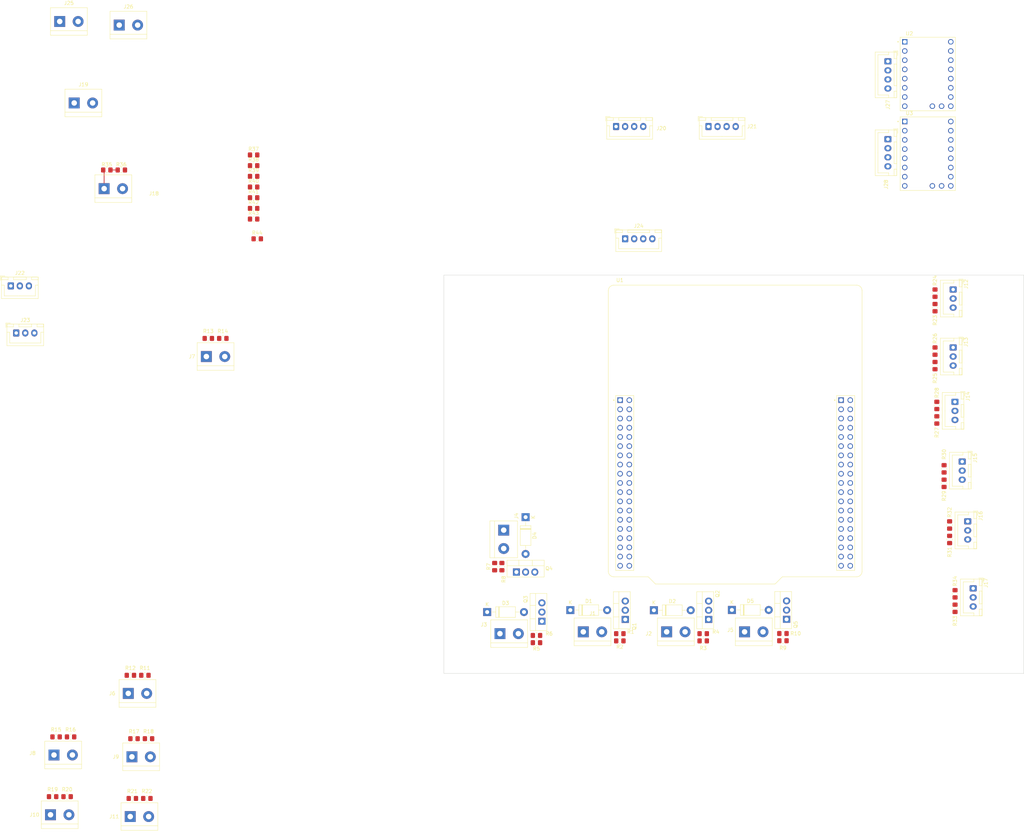
<source format=kicad_pcb>
(kicad_pcb (version 20240108) (generator "pcbnew") (generator_version "8.0")
  (layers (0 "F.Cu" signal) (31 "B.Cu" signal) (34 "B.Paste" user) (35 "F.Paste" user) (36 "B.SilkS" user "B.Silkscreen") (37 "F.SilkS" user "F.Silkscreen") (38 "B.Mask" user) (39 "F.Mask" user) (44 "Edge.Cuts" user))
  (net 0 "")
  (net 1 "+12V")
  (net 2 "Net-(D1-A)")
  (net 3 "Net-(D2-A)")
  (net 4 "Net-(D3-A)")
  (net 5 "Net-(D4-A)")
  (net 6 "Net-(D5-A)")
  (net 7 "+5V")
  (net 8 "Net-(J6-Pin_1)")
  (net 9 "Net-(J7-Pin_1)")
  (net 10 "Net-(J8-Pin_1)")
  (net 11 "Net-(J9-Pin_1)")
  (net 12 "Net-(J10-Pin_1)")
  (net 13 "Net-(J11-Pin_1)")
  (net 14 "Net-(J12-Pin_2)")
  (net 15 "GND")
  (net 16 "Net-(J13-Pin_2)")
  (net 17 "Net-(J14-Pin_2)")
  (net 18 "Net-(J15-Pin_2)")
  (net 19 "Net-(J16-Pin_2)")
  (net 20 "Net-(J17-Pin_2)")
  (net 21 "Net-(J18-Pin_1)")
  (net 22 "Net-(J19-Pin_1)")
  (net 23 "/A levi")
  (net 24 "/B levi")
  (net 25 "/B desni")
  (net 26 "/A desni")
  (net 27 "Net-(J22-Pin_2)")
  (net 28 "/PWM servo")
  (net 29 "/SDA")
  (net 30 "/SCL")
  (net 31 "/M1B_1")
  (net 32 "/M2A_1")
  (net 33 "/M2B_1")
  (net 34 "/M2B_2")
  (net 35 "/M1A_2")
  (net 36 "/M1B_2")
  (net 37 "Net-(Q1-G)")
  (net 38 "Net-(Q2-G)")
  (net 39 "Net-(Q3-G)")
  (net 40 "Net-(Q4-G)")
  (net 41 "Net-(Q5-G)")
  (net 42 "/Pumpa 1")
  (net 43 "/Pumpa 5")
  (net 44 "/Pumpa 2")
  (net 45 "/Pumpa 3")
  (net 46 "/Pumpa 4")
  (net 47 "/GP id")
  (net 48 "/GP il")
  (net 49 "/GP dl")
  (net 50 "/GP dd")
  (net 51 "/GP gl")
  (net 52 "/GP gd")
  (net 53 "/SICK dp")
  (net 54 "/SICK dz")
  (net 55 "/SICK gzl")
  (net 56 "/SICK gzd")
  (net 57 "/SICK gnl")
  (net 58 "/SICK gnd")
  (net 59 "/Boja")
  (net 60 "/STRAT")
  (net 61 "/Cinc")
  (net 62 "Net-(U3-MS1)")
  (net 63 "Net-(U3-MS2)")
  (net 64 "Net-(U2-MS1)")
  (net 65 "Net-(U2-MS2)")
  (net 67 "/TMC EN1")
  (net 68 "/DIR")
  (net 73 "/STEP")
  (net 117 "/M1A_1")
  (net 118 "Net-(J28-Pin_1)")
  (footprint "Package_TO_SOT_THT:TO-220-3_Vertical" (layer "F.Cu") (at 161.54 184.58 90)
    (property "Reference" "Q3")
    (property "Value" "IRLZ44N")
  )
  (footprint "Resistor_SMD:R_0805_2012Metric_Pad1.20x1.40mm_HandSolder" (layer "F.Cu") (at 26.54 233 180)
    (property "Reference" "R19")
    (property "Value" "5k6")
  )
  (footprint "Connector_JST:JST_XH_B3B-XH-A_1x03_P2.50mm_Vertical" (layer "F.Cu") (at 280.525 175.5 -90)
    (property "Reference" "J17")
    (property "Value" "Senzor gnd")
  )
  (footprint "Resistor_SMD:R_0805_2012Metric_Pad1.20x1.40mm_HandSolder" (layer "F.Cu") (at 150.5 169.5 -90)
    (property "Reference" "R8")
    (property "Value" "220")
  )
  (footprint "Resistor_SMD:R_0805_2012Metric_Pad1.20x1.40mm_HandSolder" (layer "F.Cu") (at 52.54 233.5 180)
    (property "Reference" "R22")
    (property "Value" "10k")
  )
  (footprint "TMC2209:TMC2209" (layer "F.Cu") (at 268 55.5)
    (property "Reference" "U3")
    (property "Value" "TMC2209")
  )
  (footprint "Resistor_SMD:R_0805_2012Metric_Pad1.20x1.40mm_HandSolder" (layer "F.Cu") (at 228.04 189.96 180)
    (property "Reference" "R9")
    (property "Value" "10k")
  )
  (footprint "Resistor_SMD:R_0805_2012Metric_Pad1.20x1.40mm_HandSolder" (layer "F.Cu") (at 272.5 146.5 -90)
    (property "Reference" "R29")
    (property "Value" "6k8")
  )
  (footprint "Resistor_SMD:R_0805_2012Metric_Pad1.20x1.40mm_HandSolder" (layer "F.Cu") (at 275.525 177 -90)
    (property "Reference" "R34")
    (property "Value" "2k2")
  )
  (footprint "Package_TO_SOT_THT:TO-220-3_Vertical" (layer "F.Cu") (at 154.5 171)
    (property "Reference" "Q4")
    (property "Value" "IRLZ44N")
  )
  (footprint "Resistor_SMD:R_0805_2012Metric_Pad1.20x1.40mm_HandSolder" (layer "F.Cu") (at 160.04 190.5 180)
    (property "Reference" "R5")
    (property "Value" "10k")
  )
  (footprint "TerminalBlock:TerminalBlock_bornier-2_P5.08mm" (layer "F.Cu") (at 44.92 20)
    (property "Reference" "J26")
    (property "Value" "5V")
  )
  (footprint "TerminalBlock:TerminalBlock_bornier-2_P5.08mm" (layer "F.Cu") (at 68.96 111.5)
    (property "Reference" "J7")
    (property "Value" "Granicni prekidac il")
  )
  (footprint "Connector_JST:JST_XH_B3B-XH-A_1x03_P2.50mm_Vertical" (layer "F.Cu") (at 277.5 140.5 -90)
    (property "Reference" "J15")
    (property "Value" "Senzor gzd")
  )
  (footprint "Resistor_SMD:R_0805_2012Metric_Pad1.20x1.40mm_HandSolder" (layer "F.Cu") (at 275.525 181 -90)
    (property "Reference" "R33")
    (property "Value" "6k8")
  )
  (footprint "Package_TO_SOT_THT:TO-220-3_Vertical" (layer "F.Cu") (at 207.54 184.08 90)
    (property "Reference" "Q2")
    (property "Value" "IRLZ44N")
  )
  (footprint "Resistor_SMD:R_0805_2012Metric_Pad1.20x1.40mm_HandSolder" (layer "F.Cu") (at 82 55.85)
    (property "Reference" "R37")
    (property "Value" "5k6")
  )
  (footprint "Resistor_SMD:R_0805_2012Metric_Pad1.20x1.40mm_HandSolder" (layer "F.Cu") (at 48.54 233.5 180)
    (property "Reference" "R21")
    (property "Value" "5k6")
  )
  (footprint "TerminalBlock:TerminalBlock_bornier-2_P5.08mm" (layer "F.Cu") (at 47.96 238.5)
    (property "Reference" "J11")
    (property "Value" "Granicni prekidac gd")
  )
  (footprint "TerminalBlock:TerminalBlock_bornier-2_P5.08mm" (layer "F.Cu") (at 32.5 41.5)
    (property "Reference" "J19")
    (property "Value" "Prekidac za strategije")
  )
  (footprint "Resistor_SMD:R_0805_2012Metric_Pad1.20x1.40mm_HandSolder" (layer "F.Cu") (at 270 114 -90)
    (property "Reference" "R25")
    (property "Value" "6k8")
  )
  (footprint "Resistor_SMD:R_0805_2012Metric_Pad1.20x1.40mm_HandSolder" (layer "F.Cu") (at 41.5 60 180)
    (property "Reference" "R35")
    (property "Value" "5k6")
  )
  (footprint "Resistor_SMD:R_0805_2012Metric_Pad1.20x1.40mm_HandSolder" (layer "F.Cu") (at 206.04 188)
    (property "Reference" "R4")
    (property "Value" "220")
  )
  (footprint "TerminalBlock:TerminalBlock_bornier-2_P5.08mm" (layer "F.Cu") (at 172.96 187.5)
    (property "Reference" "J1")
    (property "Value" "PUMPA1")
  )
  (footprint "Resistor_SMD:R_0805_2012Metric_Pad1.20x1.40mm_HandSolder" (layer "F.Cu") (at 83 79)
    (property "Reference" "R44")
    (property "Value" "10k")
  )
  (footprint "Connector_JST:JST_XH_B4B-XH-A_1x04_P2.50mm_Vertical" (layer "F.Cu") (at 257 51.5 -90)
    (property "Reference" "J28")
    (property "Value" "TMC2209_2")
  )
  (footprint "TerminalBlock:TerminalBlock_bornier-2_P5.08mm" (layer "F.Cu") (at 195.96 187.5)
    (property "Reference" "J2")
    (property "Value" "PUMPA ZA DASKE")
  )
  (footprint "TerminalBlock:TerminalBlock_bornier-2_P5.08mm" (layer "F.Cu") (at 151 159.42 -90)
    (property "Reference" "J4")
    (property "Value" "PUMPA3")
  )
  (footprint "Connector_JST:JST_XH_B3B-XH-A_1x03_P2.50mm_Vertical" (layer "F.Cu") (at 15 92)
    (property "Reference" "J22")
    (property "Value" "Cinc")
  )
  (footprint "Resistor_SMD:R_0805_2012Metric_Pad1.20x1.40mm_HandSolder" (layer "F.Cu") (at 183.04 190 180)
    (property "Reference" "R2")
    (property "Value" "10k")
  )
  (footprint "Connector_JST:JST_XH_B3B-XH-A_1x03_P2.50mm_Vertical" (layer "F.Cu") (at 16.5 105)
    (property "Reference" "J23")
    (property "Value" "Servo")
  )
  (footprint "Connector_JST:JST_XH_B4B-XH-A_1x04_P2.50mm_Vertical" (layer "F.Cu") (at 257 30 -90)
    (property "Reference" "J27")
    (property "Value" "TMC2209_1")
  )
  (footprint "Resistor_SMD:R_0805_2012Metric_Pad1.20x1.40mm_HandSolder" (layer "F.Cu") (at 73.5 106.5 180)
    (property "Reference" "R14")
    (property "Value" "10k")
  )
  (footprint "TerminalBlock:TerminalBlock_bornier-2_P5.08mm" (layer "F.Cu") (at 40.76 65.15)
    (property "Reference" "J18")
    (property "Value" "Prekidac za boje")
  )
  (footprint "Resistor_SMD:R_0805_2012Metric_Pad1.20x1.40mm_HandSolder" (layer "F.Cu") (at 270.5 125 -90)
    (property "Reference" "R28")
    (property "Value" "2k2")
  )
  (footprint "Resistor_SMD:R_0805_2012Metric_Pad1.20x1.40mm_HandSolder" (layer "F.Cu") (at 160.04 188.5)
    (property "Reference" "R6")
    (property "Value" "220")
  )
  (footprint "Resistor_SMD:R_0805_2012Metric_Pad1.20x1.40mm_HandSolder" (layer "F.Cu") (at 272.5 142.5 -90)
    (property "Reference" "R30")
    (property "Value" "2k2")
  )
  (footprint "Resistor_SMD:R_0805_2012Metric_Pad1.20x1.40mm_HandSolder" (layer "F.Cu") (at 53 217 180)
    (property "Reference" "R18")
    (property "Value" "10k")
  )
  (footprint "Resistor_SMD:R_0805_2012Metric_Pad1.20x1.40mm_HandSolder" (layer "F.Cu") (at 82 61.75)
    (property "Reference" "R39")
    (property "Value" "5k6")
  )
  (footprint "Resistor_SMD:R_0805_2012Metric_Pad1.20x1.40mm_HandSolder" (layer "F.Cu") (at 270 94 -90)
    (property "Reference" "R24")
    (property "Value" "2k2")
  )
  (footprint "TerminalBlock:TerminalBlock_bornier-2_P5.08mm" (layer "F.Cu") (at 26.92 221.5)
    (property "Reference" "J8")
    (property "Value" "Granicni prekidac dl")
  )
  (footprint "Resistor_SMD:R_0805_2012Metric_Pad1.20x1.40mm_HandSolder" (layer "F.Cu") (at 274.025 162 -90)
    (property "Reference" "R31")
    (property "Value" "6k8")
  )
  (footprint "Resistor_SMD:R_0805_2012Metric_Pad1.20x1.40mm_HandSolder" (layer "F.Cu") (at 228.04 187.96)
    (property "Reference" "R10")
    (property "Value" "220")
  )
  (footprint "TMC2209:TMC2209" (layer "F.Cu") (at 268 33.5)
    (property "Reference" "U2")
    (property "Value" "TMC2209")
  )
  (footprint "Connector_JST:JST_XH_B4B-XH-A_1x04_P2.50mm_Vertical" (layer "F.Cu") (at 182 48)
    (property "Reference" "J20")
    (property "Value" "Enkoder levi")
  )
  (footprint "Connector_JST:JST_XH_B4B-XH-A_1x04_P2.50mm_Vertical" (layer "F.Cu") (at 184.5 79)
    (property "Reference" "J24")
    (property "Value" "LCD")
  )
  (footprint "Resistor_SMD:R_0805_2012Metric_Pad1.20x1.40mm_HandSolder" (layer "F.Cu") (at 148.5 169.5 90)
    (property "Reference" "R7")
    (property "Value" "10k")
  )
  (footprint "Resistor_SMD:R_0805_2012Metric_Pad1.20x1.40mm_HandSolder" (layer "F.Cu") (at 270.5 129 -90)
    (property "Reference" "R27")
    (property "Value" "6k8")
  )
  (footprint "Connector_JST:JST_XH_B3B-XH-A_1x03_P2.50mm_Vertical" (layer "F.Cu") (at 279.025 157 -90)
    (property "Reference" "J16")
    (property "Value" "Senzor gnl")
  )
  (footprint "Resistor_SMD:R_0805_2012Metric_Pad1.20x1.40mm_HandSolder" (layer "F.Cu") (at 45.5 60 180)
    (property "Reference" "R36")
    (property "Value" "10k")
  )
  (footprint "Resistor_SMD:R_0805_2012Metric_Pad1.20x1.40mm_HandSolder" (layer "F.Cu") (at 82 67.65)
    (property "Reference" "R41")
    (property "Value" "10k")
  )
  (footprint "Package_TO_SOT_THT:TO-220-3_Vertical" (layer "F.Cu") (at 184.54 184.08 90)
    (property "Reference" "Q1")
    (property "Value" "IRLZ44N")
  )
  (footprint "TerminalBlock:TerminalBlock_bornier-2_P5.08mm" (layer "F.Cu") (at 28.5 19)
    (property "Reference" "J25")
    (property "Value" "12V")
  )
  (footprint "Resistor_SMD:R_0805_2012Metric_Pad1.20x1.40mm_HandSolder" (layer "F.Cu") (at 82 64.7)
    (property "Reference" "R40")
    (property "Value" "10k")
  )
  (footprint "Resistor_SMD:R_0805_2012Metric_Pad1.20x1.40mm_HandSolder" (layer "F.Cu") (at 30.54 233 180)
    (property "Reference" "R20")
    (property "Value" "10k")
  )
  (footprint "Resistor_SMD:R_0805_2012Metric_Pad1.20x1.40mm_HandSolder" (layer "F.Cu") (at 183.04 188)
    (property "Reference" "R1")
    (property "Value" "220")
  )
  (footprint "TerminalBlock:TerminalBlock_bornier-2_P5.08mm" (layer "F.Cu") (at 149.96 188)
    (property "Reference" "J3")
    (property "Value" "PUMPA2")
  )
  (footprint "Package_TO_SOT_THT:TO-220-3_Vertical" (layer "F.Cu") (at 229.04 184.04 90)
    (property "Reference" "Q5")
    (property "Value" "IRLZ44N")
  )
  (footprint "Connector_JST:JST_XH_B3B-XH-A_1x03_P2.50mm_Vertical" (layer "F.Cu") (at 275.5 124 -90)
    (property "Reference" "J14")
    (property "Value" "Senzor gzl")
  )
  (footprint "Diode_THT:D_DO-41_SOD81_P10.16mm_Horizontal" (layer "F.Cu") (at 157.04 155.84 -90)
    (property "Reference" "D4")
    (property "Value" "1N4007")
  )
  (footprint "Resistor_SMD:R_0805_2012Metric_Pad1.20x1.40mm_HandSolder" (layer "F.Cu") (at 82 70.6)
    (property "Reference" "R42")
    (property "Value" "10k")
  )
  (footprint "Connector_JST:JST_XH_B3B-XH-A_1x03_P2.50mm_Vertical" (layer "F.Cu") (at 275 93 -90)
    (property "Reference" "J12")
    (property "Value" "Senzor dp")
  )
  (footprint "Resistor_SMD:R_0805_2012Metric_Pad1.20x1.40mm_HandSolder" (layer "F.Cu") (at 27.5 216.5 180)
    (property "Reference" "R15")
    (property "Value" "5k6")
  )
  (footprint "Resistor_SMD:R_0805_2012Metric_Pad1.20x1.40mm_HandSolder" (layer "F.Cu") (at 270 98 -90)
    (property "Reference" "R23")
    (property "Value" "6k8")
  )
  (footprint "Diode_THT:D_DO-41_SOD81_P10.16mm_Horizontal" (layer "F.Cu") (at 169.38 181.5)
    (property "Reference" "D1")
    (property "Value" "1N4007")
  )
  (footprint "Resistor_SMD:R_0805_2012Metric_Pad1.20x1.40mm_HandSolder" (layer "F.Cu") (at 206.04 190 180)
    (property "Reference" "R3")
    (property "Value" "10k")
  )
  (footprint "TerminalBlock:TerminalBlock_bornier-2_P5.08mm" (layer "F.Cu") (at 48.42 222)
    (property "Reference" "J9")
    (property "Value" "Granicni prekidac dd")
  )
  (footprint "Resistor_SMD:R_0805_2012Metric_Pad1.20x1.40mm_HandSolder" (layer "F.Cu") (at 49 217 180)
    (property "Reference" "R17")
    (property "Value" "5k6")
  )
  (footprint "nucleof401re:ST_NUCLEO-F401RE" (layer "F.Cu") (at 214.87 133.05)
    (property "Reference" "U1")
    (property "Value" "NUCLEO-F401RE")
  )
  (footprint "Resistor_SMD:R_0805_2012Metric_Pad1.20x1.40mm_HandSolder" (layer "F.Cu") (at 82 73.55)
    (property "Reference" "R43")
    (property "Value" "10k")
  )
  (footprint "TerminalBlock:TerminalBlock_bornier-2_P5.08mm" (layer "F.Cu") (at 25.96 238)
    (property "Reference" "J10")
    (property "Value" "Granicni prekidac gl")
  )
  (footprint "Diode_THT:D_DO-41_SOD81_P10.16mm_Horizontal" (layer "F.Cu") (at 146.435 182.04)
    (property "Reference" "D3")
    (property "Value" "1N4007")
  )
  (footprint "Resistor_SMD:R_0805_2012Metric_Pad1.20x1.40mm_HandSolder" (layer "F.Cu") (at 270 110 -90)
    (property "Reference" "R26")
    (property "Value" "2k2")
  )
  (footprint "Resistor_SMD:R_0805_2012Metric_Pad1.20x1.40mm_HandSolder" (layer "F.Cu") (at 31.5 216.5 180)
    (property "Reference" "R16")
    (property "Value" "10k")
  )
  (footprint "Resistor_SMD:R_0805_2012Metric_Pad1.20x1.40mm_HandSolder" (layer "F.Cu") (at 69.5 106.5 180)
    (property "Reference" "R13")
    (property "Value" "5k6")
  )
  (footprint "Connector_JST:JST_XH_B4B-XH-A_1x04_P2.50mm_Vertical" (layer "F.Cu") (at 207.5 48)
    (property "Reference" "J21")
    (property "Value" "Enkoder desni")
  )
  (footprint "Connector_JST:JST_XH_B3B-XH-A_1x03_P2.50mm_Vertical" (layer "F.Cu") (at 275 109 -90)
    (property "Reference" "J13")
    (property "Value" "Senzor dz")
  )
  (footprint "Resistor_SMD:R_0805_2012Metric_Pad1.20x1.40mm_HandSolder" (layer "F.Cu") (at 52 199.5 180)
    (property "Reference" "R11")
    (property "Value" "10k")
  )
  (footprint "Diode_THT:D_DO-41_SOD81_P10.16mm_Horizontal" (layer "F.Cu") (at 192.435 181.54)
    (property "Reference" "D2")
    (property "Value" "1N4007")
  )
  (footprint "Resistor_SMD:R_0805_2012Metric_Pad1.20x1.40mm_HandSolder" (layer "F.Cu") (at 82 58.8)
    (property "Reference" "R38")
    (property "Value" "10k")
  )
  (footprint "Resistor_SMD:R_0805_2012Metric_Pad1.20x1.40mm_HandSolder" (layer "F.Cu") (at 48 199.5 180)
    (property "Reference" "R12")
    (property "Value" "5k6")
  )
  (footprint "TerminalBlock:TerminalBlock_bornier-2_P5.08mm" (layer "F.Cu") (at 47.42 204.5)
    (property "Reference" "J6")
    (property "Value" "Granicni prekidac id")
  )
  (footprint "TerminalBlock:TerminalBlock_bornier-2_P5.08mm" (layer "F.Cu") (at 217.46 187.5)
    (property "Reference" "J5")
    (property "Value" "PUMPA4")
  )
  (footprint "Diode_THT:D_DO-41_SOD81_P10.16mm_Horizontal" (layer "F.Cu") (at 213.96 181.46)
    (property "Reference" "D5")
    (property "Value" "1N4007")
  )
  (footprint "Resistor_SMD:R_0805_2012Metric_Pad1.20x1.40mm_HandSolder" (layer "F.Cu") (at 274.025 158 -90)
    (property "Reference" "R32")
    (property "Value" "2k2")
  )
  (gr_rect (start 134.5 89) (end 294.5 199) (stroke (width 0.1)) (fill none) (layer "Edge.Cuts"))
  (segment (start 40.76 65.15) (end 40.76 60.26) (width 0.2) (layer "F.Cu") (net 21))
  (segment (start 40.76 60.26) (end 40.5 60) (width 0.2) (layer "F.Cu") (net 21))
  (segment (start 42.5 60) (end 44.5 60) (width 0.2) (layer "F.Cu") (net 59))
)
</source>
